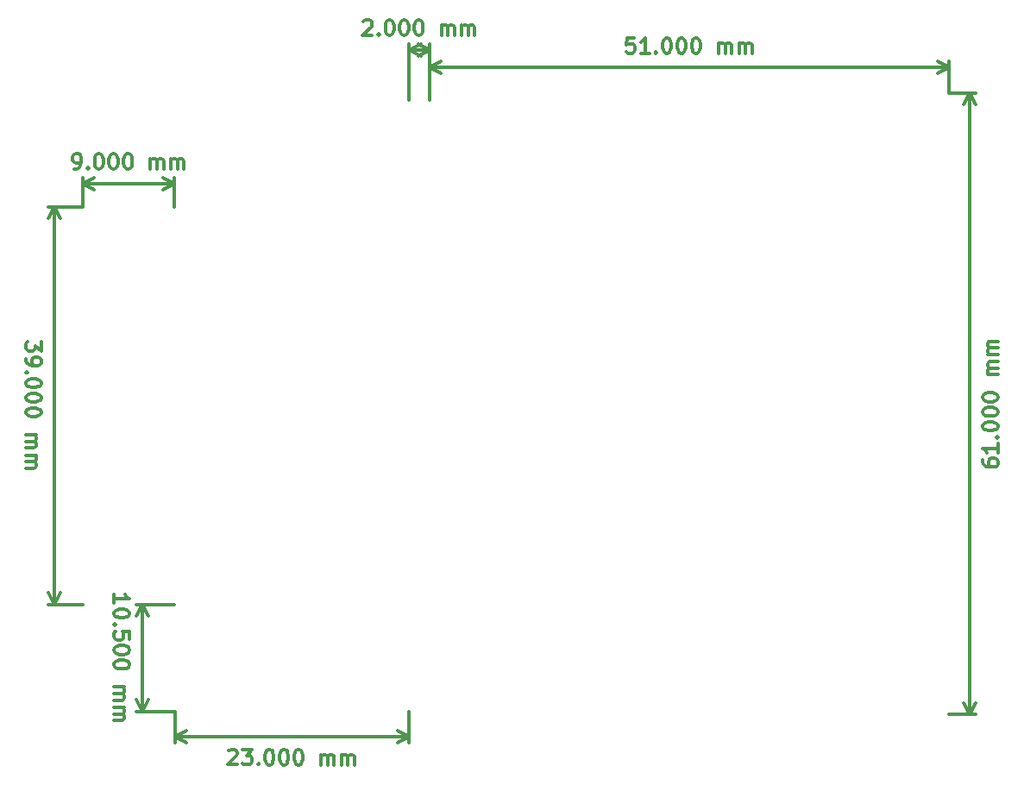
<source format=gbr>
G04 #@! TF.GenerationSoftware,KiCad,Pcbnew,(5.0.2)-1*
G04 #@! TF.CreationDate,2019-03-07T04:17:10+01:00*
G04 #@! TF.ProjectId,GBDSO,47424453-4f2e-46b6-9963-61645f706362,rev?*
G04 #@! TF.SameCoordinates,Original*
G04 #@! TF.FileFunction,Other,Comment*
%FSLAX46Y46*%
G04 Gerber Fmt 4.6, Leading zero omitted, Abs format (unit mm)*
G04 Created by KiCad (PCBNEW (5.0.2)-1) date 07/03/2019 04:17:10*
%MOMM*%
%LPD*%
G01*
G04 APERTURE LIST*
%ADD10C,0.300000*%
G04 APERTURE END LIST*
D10*
X45866995Y-98617621D02*
X46152709Y-98617939D01*
X46295646Y-98546669D01*
X46367153Y-98475320D01*
X46510249Y-98261193D01*
X46581995Y-97975558D01*
X46582629Y-97404130D01*
X46511360Y-97261193D01*
X46440011Y-97189686D01*
X46297233Y-97118098D01*
X46011519Y-97117781D01*
X45868582Y-97189051D01*
X45797074Y-97260400D01*
X45725487Y-97403177D01*
X45725090Y-97760320D01*
X45796360Y-97903256D01*
X45867709Y-97974764D01*
X46010487Y-98046352D01*
X46296201Y-98046669D01*
X46439137Y-97975399D01*
X46510645Y-97904050D01*
X46582233Y-97761272D01*
X47224296Y-98476272D02*
X47295645Y-98547780D01*
X47224137Y-98619129D01*
X47152788Y-98547621D01*
X47224296Y-98476272D01*
X47224137Y-98619129D01*
X48225803Y-97120241D02*
X48368660Y-97120400D01*
X48511438Y-97191987D01*
X48582787Y-97263495D01*
X48654057Y-97406431D01*
X48725168Y-97692225D01*
X48724771Y-98049368D01*
X48653025Y-98335002D01*
X48581438Y-98477780D01*
X48509930Y-98549129D01*
X48366993Y-98620399D01*
X48224136Y-98620240D01*
X48081359Y-98548653D01*
X48010010Y-98477145D01*
X47938740Y-98334209D01*
X47867629Y-98048415D01*
X47868025Y-97691272D01*
X47939771Y-97405638D01*
X48011359Y-97262860D01*
X48082867Y-97191511D01*
X48225803Y-97120241D01*
X49654374Y-97121828D02*
X49797231Y-97121987D01*
X49940008Y-97193574D01*
X50011358Y-97265082D01*
X50082627Y-97408019D01*
X50153738Y-97693812D01*
X50153342Y-98050955D01*
X50081596Y-98336590D01*
X50010008Y-98479367D01*
X49938500Y-98550716D01*
X49795564Y-98621986D01*
X49652707Y-98621827D01*
X49509929Y-98550240D01*
X49438580Y-98478732D01*
X49367310Y-98335796D01*
X49296199Y-98050002D01*
X49296596Y-97692860D01*
X49368342Y-97407225D01*
X49439929Y-97264447D01*
X49511437Y-97193098D01*
X49654374Y-97121828D01*
X51082944Y-97123416D02*
X51225801Y-97123574D01*
X51368579Y-97195162D01*
X51439928Y-97266670D01*
X51511198Y-97409606D01*
X51582309Y-97695399D01*
X51581912Y-98052542D01*
X51510166Y-98338177D01*
X51438579Y-98480955D01*
X51367071Y-98552304D01*
X51224135Y-98623574D01*
X51081277Y-98623415D01*
X50938500Y-98551828D01*
X50867151Y-98480320D01*
X50795881Y-98337383D01*
X50724770Y-98051590D01*
X50725167Y-97694447D01*
X50796913Y-97408812D01*
X50868500Y-97266035D01*
X50940008Y-97194686D01*
X51082944Y-97123416D01*
X53366990Y-98625954D02*
X53368101Y-97625955D01*
X53367943Y-97768812D02*
X53439451Y-97697463D01*
X53582387Y-97626193D01*
X53796673Y-97626431D01*
X53939450Y-97698019D01*
X54010720Y-97840955D01*
X54009847Y-98626669D01*
X54010720Y-97840955D02*
X54082307Y-97698177D01*
X54225244Y-97626907D01*
X54439529Y-97627146D01*
X54582307Y-97698733D01*
X54653577Y-97841669D01*
X54652704Y-98627383D01*
X55366989Y-98628177D02*
X55368100Y-97628177D01*
X55367941Y-97771034D02*
X55439449Y-97699685D01*
X55582386Y-97628415D01*
X55796671Y-97628653D01*
X55939449Y-97700241D01*
X56010719Y-97843177D01*
X56009846Y-98628891D01*
X56010719Y-97843177D02*
X56082306Y-97700399D01*
X56225243Y-97629130D01*
X56439528Y-97629368D01*
X56582306Y-97700955D01*
X56653576Y-97843891D01*
X56652703Y-98629605D01*
X55722556Y-100050002D02*
X46722556Y-100040002D01*
X55720000Y-102350000D02*
X55723207Y-99463582D01*
X46720000Y-102340000D02*
X46723207Y-99453582D01*
X46722556Y-100040002D02*
X47849711Y-99454833D01*
X46722556Y-100040002D02*
X47848407Y-100627674D01*
X55722556Y-100050002D02*
X54596705Y-99462330D01*
X55722556Y-100050002D02*
X54595401Y-100635171D01*
X42638204Y-115566383D02*
X42638680Y-116494954D01*
X42066995Y-115995247D01*
X42067105Y-116209533D01*
X41995749Y-116352427D01*
X41924357Y-116423892D01*
X41781537Y-116495394D01*
X41424394Y-116495577D01*
X41281500Y-116424222D01*
X41210035Y-116352830D01*
X41138533Y-116210009D01*
X41138314Y-115781438D01*
X41209669Y-115638544D01*
X41281061Y-115567079D01*
X41139046Y-117210009D02*
X41139193Y-117495723D01*
X41210695Y-117638544D01*
X41282160Y-117709936D01*
X41496519Y-117852683D01*
X41782270Y-117923965D01*
X42353698Y-117923672D01*
X42496519Y-117852170D01*
X42567910Y-117780705D01*
X42639266Y-117637811D01*
X42639119Y-117352097D01*
X42567617Y-117209276D01*
X42496152Y-117137884D01*
X42353259Y-117066529D01*
X41996116Y-117066712D01*
X41853295Y-117138214D01*
X41781903Y-117209679D01*
X41710548Y-117352573D01*
X41710694Y-117638287D01*
X41782196Y-117781108D01*
X41853661Y-117852500D01*
X41996555Y-117923855D01*
X41282599Y-118567078D02*
X41211207Y-118638544D01*
X41139742Y-118567152D01*
X41211134Y-118495686D01*
X41282599Y-118567078D01*
X41139742Y-118567152D01*
X42640255Y-119566382D02*
X42640328Y-119709239D01*
X42568973Y-119852133D01*
X42497581Y-119923598D01*
X42354760Y-119995100D01*
X42069083Y-120066675D01*
X41711940Y-120066858D01*
X41426189Y-119995576D01*
X41283295Y-119924221D01*
X41211830Y-119852829D01*
X41140328Y-119710009D01*
X41140255Y-119567152D01*
X41211610Y-119424258D01*
X41283002Y-119352793D01*
X41425823Y-119281291D01*
X41711500Y-119209716D01*
X42068643Y-119209532D01*
X42354394Y-119280815D01*
X42497288Y-119352170D01*
X42568753Y-119423562D01*
X42640255Y-119566382D01*
X42640987Y-120994954D02*
X42641061Y-121137811D01*
X42569705Y-121280704D01*
X42498313Y-121352170D01*
X42355493Y-121423671D01*
X42069815Y-121495246D01*
X41712673Y-121495430D01*
X41426922Y-121424148D01*
X41284028Y-121352792D01*
X41212563Y-121281400D01*
X41141061Y-121138580D01*
X41140988Y-120995723D01*
X41212343Y-120852829D01*
X41283735Y-120781364D01*
X41426555Y-120709862D01*
X41712233Y-120638287D01*
X42069376Y-120638104D01*
X42355127Y-120709386D01*
X42498020Y-120780741D01*
X42569486Y-120852133D01*
X42640987Y-120994954D01*
X42641720Y-122423525D02*
X42641793Y-122566382D01*
X42570438Y-122709276D01*
X42499046Y-122780741D01*
X42356226Y-122852243D01*
X42070548Y-122923818D01*
X41713405Y-122924001D01*
X41427654Y-122852719D01*
X41284760Y-122781364D01*
X41213295Y-122709972D01*
X41141793Y-122567151D01*
X41141720Y-122424294D01*
X41213076Y-122281400D01*
X41284467Y-122209935D01*
X41427288Y-122138433D01*
X41712966Y-122066858D01*
X42070108Y-122066675D01*
X42355859Y-122137957D01*
X42498753Y-122209312D01*
X42570218Y-122280704D01*
X42641720Y-122423525D01*
X41142892Y-124710008D02*
X42142892Y-124709495D01*
X42000035Y-124709568D02*
X42071500Y-124780960D01*
X42143002Y-124923781D01*
X42143112Y-125138067D01*
X42071757Y-125280960D01*
X41928936Y-125352462D01*
X41143222Y-125352865D01*
X41928936Y-125352462D02*
X42071830Y-125423817D01*
X42143332Y-125566638D01*
X42143442Y-125780924D01*
X42072086Y-125923817D01*
X41929266Y-125995319D01*
X41143552Y-125995722D01*
X41143918Y-126710008D02*
X42143918Y-126709495D01*
X42001061Y-126709568D02*
X42072526Y-126780960D01*
X42144028Y-126923781D01*
X42144138Y-127138066D01*
X42072782Y-127280960D01*
X41929962Y-127352462D01*
X41144248Y-127352865D01*
X41929962Y-127352462D02*
X42072856Y-127423817D01*
X42144357Y-127566638D01*
X42144467Y-127780923D01*
X42073112Y-127923817D01*
X41930292Y-127995319D01*
X41144577Y-127995722D01*
X43929999Y-141351441D02*
X43909999Y-102351441D01*
X46740000Y-141350000D02*
X43343579Y-141351742D01*
X46720000Y-102350000D02*
X43323579Y-102351742D01*
X43909999Y-102351441D02*
X44496997Y-103477644D01*
X43909999Y-102351441D02*
X43324156Y-103478245D01*
X43929999Y-141351441D02*
X44515842Y-140224637D01*
X43929999Y-141351441D02*
X43343001Y-140225238D01*
X74260000Y-84131428D02*
X74331428Y-84060000D01*
X74474285Y-83988571D01*
X74831428Y-83988571D01*
X74974285Y-84060000D01*
X75045714Y-84131428D01*
X75117142Y-84274285D01*
X75117142Y-84417142D01*
X75045714Y-84631428D01*
X74188571Y-85488571D01*
X75117142Y-85488571D01*
X75760000Y-85345714D02*
X75831428Y-85417142D01*
X75760000Y-85488571D01*
X75688571Y-85417142D01*
X75760000Y-85345714D01*
X75760000Y-85488571D01*
X76760000Y-83988571D02*
X76902857Y-83988571D01*
X77045714Y-84060000D01*
X77117142Y-84131428D01*
X77188571Y-84274285D01*
X77260000Y-84560000D01*
X77260000Y-84917142D01*
X77188571Y-85202857D01*
X77117142Y-85345714D01*
X77045714Y-85417142D01*
X76902857Y-85488571D01*
X76760000Y-85488571D01*
X76617142Y-85417142D01*
X76545714Y-85345714D01*
X76474285Y-85202857D01*
X76402857Y-84917142D01*
X76402857Y-84560000D01*
X76474285Y-84274285D01*
X76545714Y-84131428D01*
X76617142Y-84060000D01*
X76760000Y-83988571D01*
X78188571Y-83988571D02*
X78331428Y-83988571D01*
X78474285Y-84060000D01*
X78545714Y-84131428D01*
X78617142Y-84274285D01*
X78688571Y-84560000D01*
X78688571Y-84917142D01*
X78617142Y-85202857D01*
X78545714Y-85345714D01*
X78474285Y-85417142D01*
X78331428Y-85488571D01*
X78188571Y-85488571D01*
X78045714Y-85417142D01*
X77974285Y-85345714D01*
X77902857Y-85202857D01*
X77831428Y-84917142D01*
X77831428Y-84560000D01*
X77902857Y-84274285D01*
X77974285Y-84131428D01*
X78045714Y-84060000D01*
X78188571Y-83988571D01*
X79617142Y-83988571D02*
X79760000Y-83988571D01*
X79902857Y-84060000D01*
X79974285Y-84131428D01*
X80045714Y-84274285D01*
X80117142Y-84560000D01*
X80117142Y-84917142D01*
X80045714Y-85202857D01*
X79974285Y-85345714D01*
X79902857Y-85417142D01*
X79760000Y-85488571D01*
X79617142Y-85488571D01*
X79474285Y-85417142D01*
X79402857Y-85345714D01*
X79331428Y-85202857D01*
X79260000Y-84917142D01*
X79260000Y-84560000D01*
X79331428Y-84274285D01*
X79402857Y-84131428D01*
X79474285Y-84060000D01*
X79617142Y-83988571D01*
X81902857Y-85488571D02*
X81902857Y-84488571D01*
X81902857Y-84631428D02*
X81974285Y-84560000D01*
X82117142Y-84488571D01*
X82331428Y-84488571D01*
X82474285Y-84560000D01*
X82545714Y-84702857D01*
X82545714Y-85488571D01*
X82545714Y-84702857D02*
X82617142Y-84560000D01*
X82760000Y-84488571D01*
X82974285Y-84488571D01*
X83117142Y-84560000D01*
X83188571Y-84702857D01*
X83188571Y-85488571D01*
X83902857Y-85488571D02*
X83902857Y-84488571D01*
X83902857Y-84631428D02*
X83974285Y-84560000D01*
X84117142Y-84488571D01*
X84331428Y-84488571D01*
X84474285Y-84560000D01*
X84545714Y-84702857D01*
X84545714Y-85488571D01*
X84545714Y-84702857D02*
X84617142Y-84560000D01*
X84760000Y-84488571D01*
X84974285Y-84488571D01*
X85117142Y-84560000D01*
X85188571Y-84702857D01*
X85188571Y-85488571D01*
X80760000Y-86910000D02*
X78760000Y-86910000D01*
X80760000Y-91850000D02*
X80760000Y-86323579D01*
X78760000Y-91850000D02*
X78760000Y-86323579D01*
X78760000Y-86910000D02*
X79886504Y-86323579D01*
X78760000Y-86910000D02*
X79886504Y-87496421D01*
X80760000Y-86910000D02*
X79633496Y-86323579D01*
X80760000Y-86910000D02*
X79633496Y-87496421D01*
X100831428Y-85738571D02*
X100117142Y-85738571D01*
X100045714Y-86452857D01*
X100117142Y-86381428D01*
X100260000Y-86310000D01*
X100617142Y-86310000D01*
X100760000Y-86381428D01*
X100831428Y-86452857D01*
X100902857Y-86595714D01*
X100902857Y-86952857D01*
X100831428Y-87095714D01*
X100760000Y-87167142D01*
X100617142Y-87238571D01*
X100260000Y-87238571D01*
X100117142Y-87167142D01*
X100045714Y-87095714D01*
X102331428Y-87238571D02*
X101474285Y-87238571D01*
X101902857Y-87238571D02*
X101902857Y-85738571D01*
X101760000Y-85952857D01*
X101617142Y-86095714D01*
X101474285Y-86167142D01*
X102974285Y-87095714D02*
X103045714Y-87167142D01*
X102974285Y-87238571D01*
X102902857Y-87167142D01*
X102974285Y-87095714D01*
X102974285Y-87238571D01*
X103974285Y-85738571D02*
X104117142Y-85738571D01*
X104260000Y-85810000D01*
X104331428Y-85881428D01*
X104402857Y-86024285D01*
X104474285Y-86310000D01*
X104474285Y-86667142D01*
X104402857Y-86952857D01*
X104331428Y-87095714D01*
X104260000Y-87167142D01*
X104117142Y-87238571D01*
X103974285Y-87238571D01*
X103831428Y-87167142D01*
X103760000Y-87095714D01*
X103688571Y-86952857D01*
X103617142Y-86667142D01*
X103617142Y-86310000D01*
X103688571Y-86024285D01*
X103760000Y-85881428D01*
X103831428Y-85810000D01*
X103974285Y-85738571D01*
X105402857Y-85738571D02*
X105545714Y-85738571D01*
X105688571Y-85810000D01*
X105760000Y-85881428D01*
X105831428Y-86024285D01*
X105902857Y-86310000D01*
X105902857Y-86667142D01*
X105831428Y-86952857D01*
X105760000Y-87095714D01*
X105688571Y-87167142D01*
X105545714Y-87238571D01*
X105402857Y-87238571D01*
X105260000Y-87167142D01*
X105188571Y-87095714D01*
X105117142Y-86952857D01*
X105045714Y-86667142D01*
X105045714Y-86310000D01*
X105117142Y-86024285D01*
X105188571Y-85881428D01*
X105260000Y-85810000D01*
X105402857Y-85738571D01*
X106831428Y-85738571D02*
X106974285Y-85738571D01*
X107117142Y-85810000D01*
X107188571Y-85881428D01*
X107260000Y-86024285D01*
X107331428Y-86310000D01*
X107331428Y-86667142D01*
X107260000Y-86952857D01*
X107188571Y-87095714D01*
X107117142Y-87167142D01*
X106974285Y-87238571D01*
X106831428Y-87238571D01*
X106688571Y-87167142D01*
X106617142Y-87095714D01*
X106545714Y-86952857D01*
X106474285Y-86667142D01*
X106474285Y-86310000D01*
X106545714Y-86024285D01*
X106617142Y-85881428D01*
X106688571Y-85810000D01*
X106831428Y-85738571D01*
X109117142Y-87238571D02*
X109117142Y-86238571D01*
X109117142Y-86381428D02*
X109188571Y-86310000D01*
X109331428Y-86238571D01*
X109545714Y-86238571D01*
X109688571Y-86310000D01*
X109760000Y-86452857D01*
X109760000Y-87238571D01*
X109760000Y-86452857D02*
X109831428Y-86310000D01*
X109974285Y-86238571D01*
X110188571Y-86238571D01*
X110331428Y-86310000D01*
X110402857Y-86452857D01*
X110402857Y-87238571D01*
X111117142Y-87238571D02*
X111117142Y-86238571D01*
X111117142Y-86381428D02*
X111188571Y-86310000D01*
X111331428Y-86238571D01*
X111545714Y-86238571D01*
X111688571Y-86310000D01*
X111760000Y-86452857D01*
X111760000Y-87238571D01*
X111760000Y-86452857D02*
X111831428Y-86310000D01*
X111974285Y-86238571D01*
X112188571Y-86238571D01*
X112331428Y-86310000D01*
X112402857Y-86452857D01*
X112402857Y-87238571D01*
X80760000Y-88660000D02*
X131760000Y-88660000D01*
X80760000Y-91160000D02*
X80760000Y-88073579D01*
X131760000Y-91160000D02*
X131760000Y-88073579D01*
X131760000Y-88660000D02*
X130633496Y-89246421D01*
X131760000Y-88660000D02*
X130633496Y-88073579D01*
X80760000Y-88660000D02*
X81886504Y-89246421D01*
X80760000Y-88660000D02*
X81886504Y-88073579D01*
X135031243Y-127159619D02*
X135031243Y-127445333D01*
X135102672Y-127588190D01*
X135174100Y-127659619D01*
X135388386Y-127802476D01*
X135674100Y-127873904D01*
X136245529Y-127873904D01*
X136388386Y-127802476D01*
X136459814Y-127731047D01*
X136531243Y-127588190D01*
X136531243Y-127302476D01*
X136459814Y-127159619D01*
X136388386Y-127088190D01*
X136245529Y-127016761D01*
X135888386Y-127016761D01*
X135745529Y-127088190D01*
X135674100Y-127159619D01*
X135602672Y-127302476D01*
X135602672Y-127588190D01*
X135674100Y-127731047D01*
X135745529Y-127802476D01*
X135888386Y-127873904D01*
X136531243Y-125588190D02*
X136531243Y-126445333D01*
X136531243Y-126016761D02*
X135031243Y-126016761D01*
X135245529Y-126159619D01*
X135388386Y-126302476D01*
X135459814Y-126445333D01*
X136388386Y-124945333D02*
X136459814Y-124873904D01*
X136531243Y-124945333D01*
X136459814Y-125016761D01*
X136388386Y-124945333D01*
X136531243Y-124945333D01*
X135031243Y-123945333D02*
X135031243Y-123802476D01*
X135102672Y-123659619D01*
X135174100Y-123588190D01*
X135316957Y-123516761D01*
X135602672Y-123445333D01*
X135959814Y-123445333D01*
X136245529Y-123516761D01*
X136388386Y-123588190D01*
X136459814Y-123659619D01*
X136531243Y-123802476D01*
X136531243Y-123945333D01*
X136459814Y-124088190D01*
X136388386Y-124159619D01*
X136245529Y-124231047D01*
X135959814Y-124302476D01*
X135602672Y-124302476D01*
X135316957Y-124231047D01*
X135174100Y-124159619D01*
X135102672Y-124088190D01*
X135031243Y-123945333D01*
X135031243Y-122516761D02*
X135031243Y-122373904D01*
X135102672Y-122231047D01*
X135174100Y-122159619D01*
X135316957Y-122088190D01*
X135602672Y-122016761D01*
X135959814Y-122016761D01*
X136245529Y-122088190D01*
X136388386Y-122159619D01*
X136459814Y-122231047D01*
X136531243Y-122373904D01*
X136531243Y-122516761D01*
X136459814Y-122659619D01*
X136388386Y-122731047D01*
X136245529Y-122802476D01*
X135959814Y-122873904D01*
X135602672Y-122873904D01*
X135316957Y-122802476D01*
X135174100Y-122731047D01*
X135102672Y-122659619D01*
X135031243Y-122516761D01*
X135031243Y-121088190D02*
X135031243Y-120945333D01*
X135102672Y-120802476D01*
X135174100Y-120731047D01*
X135316957Y-120659619D01*
X135602672Y-120588190D01*
X135959814Y-120588190D01*
X136245529Y-120659619D01*
X136388386Y-120731047D01*
X136459814Y-120802476D01*
X136531243Y-120945333D01*
X136531243Y-121088190D01*
X136459814Y-121231047D01*
X136388386Y-121302476D01*
X136245529Y-121373904D01*
X135959814Y-121445333D01*
X135602672Y-121445333D01*
X135316957Y-121373904D01*
X135174100Y-121302476D01*
X135102672Y-121231047D01*
X135031243Y-121088190D01*
X136531243Y-118802476D02*
X135531243Y-118802476D01*
X135674100Y-118802476D02*
X135602672Y-118731047D01*
X135531243Y-118588190D01*
X135531243Y-118373904D01*
X135602672Y-118231047D01*
X135745529Y-118159619D01*
X136531243Y-118159619D01*
X135745529Y-118159619D02*
X135602672Y-118088190D01*
X135531243Y-117945333D01*
X135531243Y-117731047D01*
X135602672Y-117588190D01*
X135745529Y-117516761D01*
X136531243Y-117516761D01*
X136531243Y-116802476D02*
X135531243Y-116802476D01*
X135674100Y-116802476D02*
X135602672Y-116731047D01*
X135531243Y-116588190D01*
X135531243Y-116373904D01*
X135602672Y-116231047D01*
X135745529Y-116159619D01*
X136531243Y-116159619D01*
X135745529Y-116159619D02*
X135602672Y-116088190D01*
X135531243Y-115945333D01*
X135531243Y-115731047D01*
X135602672Y-115588190D01*
X135745529Y-115516761D01*
X136531243Y-115516761D01*
X133752672Y-152159619D02*
X133752672Y-91159619D01*
X131752672Y-152159619D02*
X134339093Y-152159619D01*
X131752672Y-91159619D02*
X134339093Y-91159619D01*
X133752672Y-91159619D02*
X134339093Y-92286123D01*
X133752672Y-91159619D02*
X133166251Y-92286123D01*
X133752672Y-152159619D02*
X134339093Y-151033115D01*
X133752672Y-152159619D02*
X133166251Y-151033115D01*
X49811122Y-141250168D02*
X49811097Y-140393025D01*
X49811109Y-140821597D02*
X51311109Y-140821554D01*
X51096819Y-140678703D01*
X50953958Y-140535850D01*
X50882525Y-140392994D01*
X51311148Y-142178696D02*
X51311152Y-142321554D01*
X51239728Y-142464413D01*
X51168302Y-142535843D01*
X51025446Y-142607276D01*
X50739734Y-142678713D01*
X50382591Y-142678723D01*
X50096875Y-142607303D01*
X49954016Y-142535878D01*
X49882585Y-142464452D01*
X49811152Y-142321597D01*
X49811148Y-142178740D01*
X49882573Y-142035880D01*
X49953999Y-141964450D01*
X50096854Y-141893017D01*
X50382567Y-141821580D01*
X50739709Y-141821570D01*
X51025426Y-141892990D01*
X51168285Y-141964415D01*
X51239716Y-142035841D01*
X51311148Y-142178696D01*
X49954038Y-143321593D02*
X49882612Y-143393023D01*
X49811181Y-143321597D01*
X49882608Y-143250166D01*
X49954038Y-143321593D01*
X49811181Y-143321597D01*
X51311223Y-144750125D02*
X51311202Y-144035839D01*
X50596914Y-143964431D01*
X50668345Y-144035858D01*
X50739777Y-144178713D01*
X50739788Y-144535856D01*
X50668363Y-144678715D01*
X50596937Y-144750146D01*
X50454082Y-144821578D01*
X50096939Y-144821589D01*
X49954080Y-144750164D01*
X49882649Y-144678738D01*
X49811216Y-144535883D01*
X49811206Y-144178740D01*
X49882630Y-144035880D01*
X49954057Y-143964450D01*
X51311251Y-145750125D02*
X51311255Y-145892982D01*
X51239831Y-146035841D01*
X51168405Y-146107272D01*
X51025549Y-146178705D01*
X50739837Y-146250141D01*
X50382694Y-146250152D01*
X50096978Y-146178731D01*
X49954119Y-146107307D01*
X49882688Y-146035880D01*
X49811255Y-145893025D01*
X49811251Y-145750168D01*
X49882676Y-145607309D01*
X49954102Y-145535878D01*
X50096957Y-145464446D01*
X50382670Y-145393009D01*
X50739812Y-145392999D01*
X51025529Y-145464419D01*
X51168388Y-145535843D01*
X51239819Y-145607270D01*
X51311251Y-145750125D01*
X51311293Y-147178696D02*
X51311297Y-147321554D01*
X51239872Y-147464413D01*
X51168446Y-147535843D01*
X51025591Y-147607276D01*
X50739878Y-147678713D01*
X50382736Y-147678723D01*
X50097019Y-147607303D01*
X49954160Y-147535878D01*
X49882729Y-147464452D01*
X49811297Y-147321597D01*
X49811293Y-147178740D01*
X49882717Y-147035880D01*
X49954144Y-146964450D01*
X50096999Y-146893017D01*
X50382711Y-146821580D01*
X50739854Y-146821570D01*
X51025570Y-146892990D01*
X51168429Y-146964415D01*
X51239860Y-147035841D01*
X51311293Y-147178696D01*
X49811358Y-149464454D02*
X50811358Y-149464425D01*
X50668501Y-149464429D02*
X50739932Y-149535856D01*
X50811365Y-149678711D01*
X50811371Y-149892997D01*
X50739946Y-150035856D01*
X50597091Y-150107288D01*
X49811377Y-150107311D01*
X50597091Y-150107288D02*
X50739951Y-150178713D01*
X50811383Y-150321568D01*
X50811389Y-150535854D01*
X50739965Y-150678713D01*
X50597110Y-150750146D01*
X49811396Y-150750168D01*
X49811416Y-151464454D02*
X50811416Y-151464425D01*
X50668559Y-151464429D02*
X50739990Y-151535856D01*
X50811422Y-151678711D01*
X50811429Y-151892997D01*
X50740004Y-152035856D01*
X50597149Y-152107288D01*
X49811435Y-152107311D01*
X50597149Y-152107288D02*
X50740008Y-152178713D01*
X50811441Y-152321568D01*
X50811447Y-152535854D01*
X50740023Y-152678713D01*
X50597168Y-152750146D01*
X49811453Y-152750168D01*
X52590000Y-151860091D02*
X52589697Y-141354371D01*
X55740000Y-151860000D02*
X52003579Y-151860108D01*
X55739697Y-141354280D02*
X52003276Y-141354388D01*
X52589697Y-141354371D02*
X53176150Y-142480858D01*
X52589697Y-141354371D02*
X52003309Y-142480892D01*
X52590000Y-151860091D02*
X53176388Y-150733570D01*
X52590000Y-151860091D02*
X52003547Y-150733604D01*
X61034035Y-155727437D02*
X61105495Y-155656040D01*
X61248383Y-155584673D01*
X61605526Y-155584829D01*
X61748352Y-155656319D01*
X61819750Y-155727779D01*
X61891116Y-155870667D01*
X61891054Y-156013524D01*
X61819532Y-156227779D01*
X60962017Y-157084549D01*
X61890588Y-157084953D01*
X62391240Y-155585170D02*
X63319812Y-155585574D01*
X62819563Y-156156785D01*
X63033849Y-156156878D01*
X63176675Y-156228369D01*
X63248072Y-156299829D01*
X63319439Y-156442717D01*
X63319284Y-156799860D01*
X63247793Y-156942686D01*
X63176333Y-157014083D01*
X63033445Y-157085450D01*
X62604874Y-157085263D01*
X62462048Y-157013773D01*
X62390650Y-156942313D01*
X63962079Y-156942996D02*
X64033476Y-157014456D01*
X63962016Y-157085853D01*
X63890619Y-157014394D01*
X63962079Y-156942996D01*
X63962016Y-157085853D01*
X64962669Y-155586288D02*
X65105526Y-155586350D01*
X65248352Y-155657841D01*
X65319749Y-155729301D01*
X65391116Y-155872189D01*
X65462420Y-156157934D01*
X65462265Y-156515077D01*
X65390712Y-156800760D01*
X65319221Y-156943586D01*
X65247762Y-157014984D01*
X65104874Y-157086350D01*
X64962016Y-157086288D01*
X64819190Y-157014797D01*
X64747793Y-156943338D01*
X64676426Y-156800450D01*
X64605122Y-156514704D01*
X64605277Y-156157561D01*
X64676830Y-155871878D01*
X64748321Y-155729052D01*
X64819780Y-155657655D01*
X64962669Y-155586288D01*
X66391240Y-155586909D02*
X66534097Y-155586971D01*
X66676923Y-155658462D01*
X66748321Y-155729922D01*
X66819687Y-155872810D01*
X66890991Y-156158555D01*
X66890836Y-156515698D01*
X66819283Y-156801381D01*
X66747793Y-156944207D01*
X66676333Y-157015605D01*
X66533445Y-157086971D01*
X66390588Y-157086909D01*
X66247762Y-157015419D01*
X66176364Y-156943959D01*
X66104998Y-156801071D01*
X66033693Y-156515325D01*
X66033849Y-156158183D01*
X66105401Y-155872499D01*
X66176892Y-155729673D01*
X66248352Y-155658276D01*
X66391240Y-155586909D01*
X67819811Y-155587530D02*
X67962668Y-155587593D01*
X68105494Y-155659083D01*
X68176892Y-155730543D01*
X68248258Y-155873431D01*
X68319563Y-156159176D01*
X68319407Y-156516319D01*
X68247855Y-156802002D01*
X68176364Y-156944828D01*
X68104904Y-157016226D01*
X67962016Y-157087592D01*
X67819159Y-157087530D01*
X67676333Y-157016040D01*
X67604935Y-156944580D01*
X67533569Y-156801692D01*
X67462265Y-156515947D01*
X67462420Y-156158804D01*
X67533973Y-155873120D01*
X67605463Y-155730294D01*
X67676923Y-155658897D01*
X67819811Y-155587530D01*
X70104873Y-157088524D02*
X70105308Y-156088524D01*
X70105246Y-156231381D02*
X70176705Y-156159984D01*
X70319594Y-156088617D01*
X70533879Y-156088711D01*
X70676705Y-156160201D01*
X70748072Y-156303089D01*
X70747730Y-157088804D01*
X70748072Y-156303089D02*
X70819562Y-156160263D01*
X70962451Y-156088897D01*
X71176736Y-156088990D01*
X71319562Y-156160481D01*
X71390929Y-156303369D01*
X71390587Y-157089083D01*
X72104873Y-157089394D02*
X72105308Y-156089394D01*
X72105246Y-156232251D02*
X72176705Y-156160853D01*
X72319593Y-156089487D01*
X72533879Y-156089580D01*
X72676705Y-156161071D01*
X72748072Y-156303959D01*
X72747730Y-157089673D01*
X72748072Y-156303959D02*
X72819562Y-156161133D01*
X72962450Y-156089766D01*
X73176736Y-156089860D01*
X73319562Y-156161350D01*
X73390929Y-156304238D01*
X73390587Y-157089953D01*
X78748939Y-154313711D02*
X55748939Y-154303711D01*
X78750000Y-151873711D02*
X78748684Y-154900131D01*
X55750000Y-151863711D02*
X55748684Y-154890131D01*
X55748939Y-154303711D02*
X56875698Y-153717780D01*
X55748939Y-154303711D02*
X56875188Y-154890621D01*
X78748939Y-154313711D02*
X77622690Y-153726801D01*
X78748939Y-154313711D02*
X77622180Y-154899642D01*
M02*

</source>
